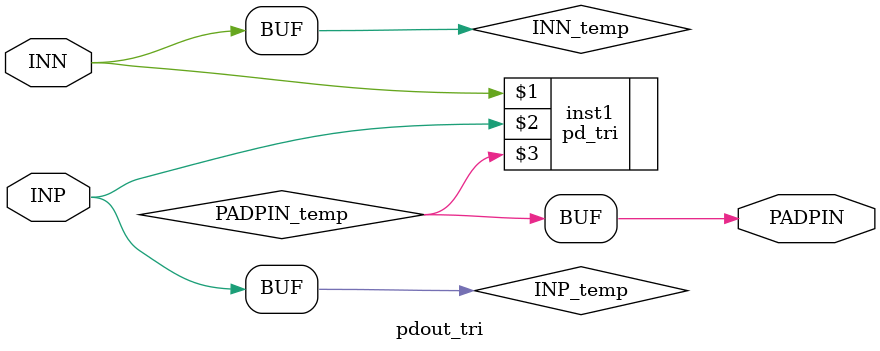
<source format=v>
module pdout_tri(INN,INP,PADPIN);
  parameter YPITCH = "4MA";
  parameter SLIM_FLAG = 0;
  parameter
        d_INN_r = 0,
        d_INN_f = 0,
        d_INP_r = 0,
        d_INP_f = 0,
        d_PADPIN_r = 1,
        d_PADPIN_f = 1;
  input  INN;
  input  INP;
  output  PADPIN;
  wire  INN_temp;
  wire  INP_temp;
  wire  PADPIN_temp;
  assign #(d_INN_r,d_INN_f) INN_temp = INN;
  assign #(d_INP_r,d_INP_f) INP_temp = INP;
  assign #(d_PADPIN_r,d_PADPIN_f) PADPIN = PADPIN_temp;
  pd_tri inst1 (INN_temp,INP_temp,PADPIN_temp);
endmodule

</source>
